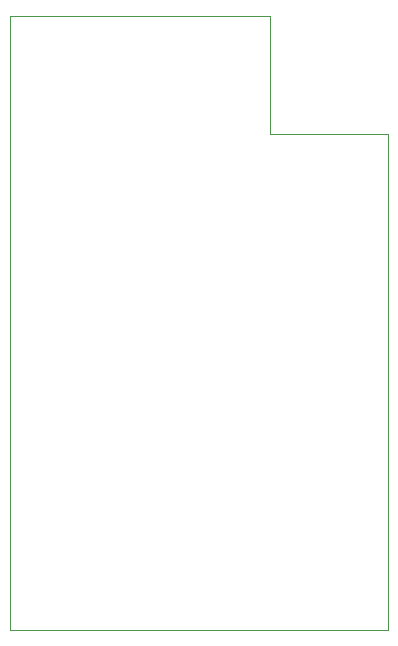
<source format=gbr>
%TF.GenerationSoftware,KiCad,Pcbnew,7.0.8*%
%TF.CreationDate,2024-02-03T13:12:57+03:00*%
%TF.ProjectId,RS485_2,52533438-355f-4322-9e6b-696361645f70,rev?*%
%TF.SameCoordinates,Original*%
%TF.FileFunction,Profile,NP*%
%FSLAX46Y46*%
G04 Gerber Fmt 4.6, Leading zero omitted, Abs format (unit mm)*
G04 Created by KiCad (PCBNEW 7.0.8) date 2024-02-03 13:12:57*
%MOMM*%
%LPD*%
G01*
G04 APERTURE LIST*
%TA.AperFunction,Profile*%
%ADD10C,0.100000*%
%TD*%
G04 APERTURE END LIST*
D10*
X218105800Y-116484400D02*
X218105800Y-74484400D01*
X208105800Y-74484400D02*
X208105800Y-64484400D01*
X208105800Y-64484400D02*
X186105800Y-64484400D01*
X218105800Y-74484400D02*
X208105800Y-74484400D01*
X186105800Y-66484400D02*
X186105800Y-74484400D01*
X186105800Y-116484400D02*
X186105800Y-74484400D01*
X186105800Y-64484400D02*
X186105800Y-66484400D01*
X186105800Y-116484400D02*
X218105800Y-116484400D01*
M02*

</source>
